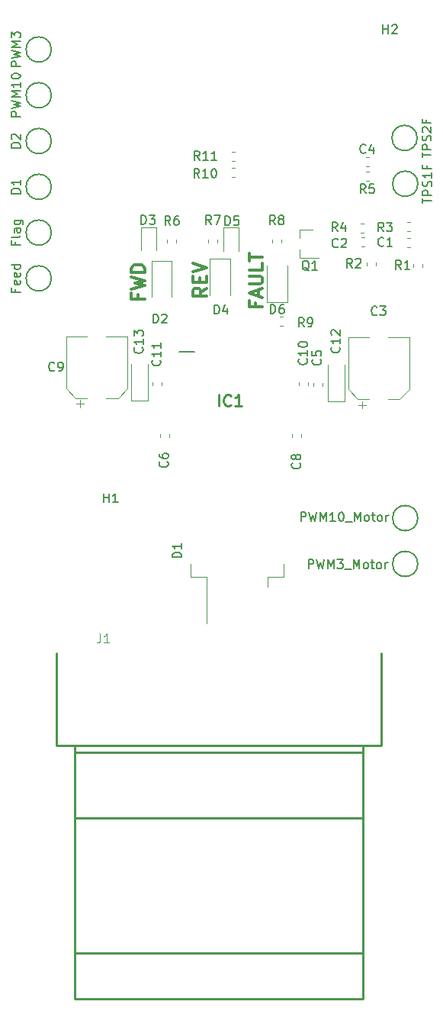
<source format=gbr>
G04 #@! TF.GenerationSoftware,KiCad,Pcbnew,(5.1.2)-2*
G04 #@! TF.CreationDate,2020-03-09T10:31:12+01:00*
G04 #@! TF.ProjectId,ETBC_2020,45544243-5f32-4303-9230-2e6b69636164,rev?*
G04 #@! TF.SameCoordinates,Original*
G04 #@! TF.FileFunction,Legend,Top*
G04 #@! TF.FilePolarity,Positive*
%FSLAX46Y46*%
G04 Gerber Fmt 4.6, Leading zero omitted, Abs format (unit mm)*
G04 Created by KiCad (PCBNEW (5.1.2)-2) date 2020-03-09 10:31:12*
%MOMM*%
%LPD*%
G04 APERTURE LIST*
%ADD10C,0.300000*%
%ADD11C,0.150000*%
%ADD12C,0.120000*%
%ADD13C,0.200000*%
%ADD14C,0.254000*%
%ADD15C,0.015000*%
G04 APERTURE END LIST*
D10*
X104083657Y-56088457D02*
X104083657Y-56588457D01*
X104869371Y-56588457D02*
X103369371Y-56588457D01*
X103369371Y-55874171D01*
X104440800Y-55374171D02*
X104440800Y-54659885D01*
X104869371Y-55517028D02*
X103369371Y-55017028D01*
X104869371Y-54517028D01*
X103369371Y-54017028D02*
X104583657Y-54017028D01*
X104726514Y-53945600D01*
X104797942Y-53874171D01*
X104869371Y-53731314D01*
X104869371Y-53445600D01*
X104797942Y-53302742D01*
X104726514Y-53231314D01*
X104583657Y-53159885D01*
X103369371Y-53159885D01*
X104869371Y-51731314D02*
X104869371Y-52445600D01*
X103369371Y-52445600D01*
X103369371Y-51445600D02*
X103369371Y-50588457D01*
X104869371Y-51017028D02*
X103369371Y-51017028D01*
X98646371Y-54476542D02*
X97932085Y-54976542D01*
X98646371Y-55333685D02*
X97146371Y-55333685D01*
X97146371Y-54762257D01*
X97217800Y-54619400D01*
X97289228Y-54547971D01*
X97432085Y-54476542D01*
X97646371Y-54476542D01*
X97789228Y-54547971D01*
X97860657Y-54619400D01*
X97932085Y-54762257D01*
X97932085Y-55333685D01*
X97860657Y-53833685D02*
X97860657Y-53333685D01*
X98646371Y-53119400D02*
X98646371Y-53833685D01*
X97146371Y-53833685D01*
X97146371Y-53119400D01*
X97146371Y-52690828D02*
X98646371Y-52190828D01*
X97146371Y-51690828D01*
X91002657Y-55215457D02*
X91002657Y-55715457D01*
X91788371Y-55715457D02*
X90288371Y-55715457D01*
X90288371Y-55001171D01*
X90288371Y-54572600D02*
X91788371Y-54215457D01*
X90716942Y-53929742D01*
X91788371Y-53644028D01*
X90288371Y-53286885D01*
X91788371Y-52715457D02*
X90288371Y-52715457D01*
X90288371Y-52358314D01*
X90359800Y-52144028D01*
X90502657Y-52001171D01*
X90645514Y-51929742D01*
X90931228Y-51858314D01*
X91145514Y-51858314D01*
X91431228Y-51929742D01*
X91574085Y-52001171D01*
X91716942Y-52144028D01*
X91788371Y-52358314D01*
X91788371Y-52715457D01*
D11*
X122100000Y-80000000D02*
G75*
G03X122100000Y-80000000I-1400000J0D01*
G01*
X122100000Y-85080000D02*
G75*
G03X122100000Y-85080000I-1400000J0D01*
G01*
X122024600Y-37820000D02*
G75*
G03X122024600Y-37820000I-1400000J0D01*
G01*
X122100000Y-42900000D02*
G75*
G03X122100000Y-42900000I-1400000J0D01*
G01*
X81400000Y-48320000D02*
G75*
G03X81400000Y-48320000I-1400000J0D01*
G01*
X81400000Y-53400000D02*
G75*
G03X81400000Y-53400000I-1400000J0D01*
G01*
X81400000Y-43240000D02*
G75*
G03X81400000Y-43240000I-1400000J0D01*
G01*
X81400000Y-38160000D02*
G75*
G03X81400000Y-38160000I-1400000J0D01*
G01*
X81400000Y-33080000D02*
G75*
G03X81400000Y-33080000I-1400000J0D01*
G01*
X81400000Y-28000000D02*
G75*
G03X81400000Y-28000000I-1400000J0D01*
G01*
D12*
X101771267Y-39380700D02*
X101428733Y-39380700D01*
X101771267Y-40400700D02*
X101428733Y-40400700D01*
X101822067Y-41158700D02*
X101479533Y-41158700D01*
X101822067Y-42178700D02*
X101479533Y-42178700D01*
X105428100Y-86551600D02*
X105428100Y-87651600D01*
X107238100Y-86551600D02*
X105428100Y-86551600D01*
X107238100Y-85051600D02*
X107238100Y-86551600D01*
X98648100Y-86551600D02*
X98648100Y-91676600D01*
X96838100Y-86551600D02*
X98648100Y-86551600D01*
X96838100Y-85051600D02*
X96838100Y-86551600D01*
X92146400Y-66973200D02*
X92146400Y-62888200D01*
X90276400Y-66973200D02*
X92146400Y-66973200D01*
X90276400Y-62888200D02*
X90276400Y-66973200D01*
X113977700Y-67049400D02*
X113977700Y-62964400D01*
X112107700Y-67049400D02*
X113977700Y-67049400D01*
X112107700Y-62964400D02*
X112107700Y-67049400D01*
X84207650Y-67307550D02*
X84995150Y-67307550D01*
X84601400Y-67701300D02*
X84601400Y-66913800D01*
X88794463Y-66673800D02*
X89858900Y-65609363D01*
X84103337Y-66673800D02*
X83038900Y-65609363D01*
X84103337Y-66673800D02*
X85388900Y-66673800D01*
X88794463Y-66673800D02*
X87508900Y-66673800D01*
X89858900Y-65609363D02*
X89858900Y-59853800D01*
X83038900Y-65609363D02*
X83038900Y-59853800D01*
X83038900Y-59853800D02*
X85388900Y-59853800D01*
X89858900Y-59853800D02*
X87508900Y-59853800D01*
X115525850Y-67429450D02*
X116313350Y-67429450D01*
X115919600Y-67823200D02*
X115919600Y-67035700D01*
X120112663Y-66795700D02*
X121177100Y-65731263D01*
X115421537Y-66795700D02*
X114357100Y-65731263D01*
X115421537Y-66795700D02*
X116707100Y-66795700D01*
X120112663Y-66795700D02*
X118827100Y-66795700D01*
X121177100Y-65731263D02*
X121177100Y-59975700D01*
X114357100Y-65731263D02*
X114357100Y-59975700D01*
X114357100Y-59975700D02*
X116707100Y-59975700D01*
X121177100Y-59975700D02*
X118827100Y-59975700D01*
X107599100Y-56039700D02*
X107599100Y-51979700D01*
X105329100Y-56039700D02*
X107599100Y-56039700D01*
X105329100Y-51979700D02*
X105329100Y-56039700D01*
X99017200Y-51224500D02*
X99017200Y-55284500D01*
X101287200Y-51224500D02*
X99017200Y-51224500D01*
X101287200Y-55284500D02*
X101287200Y-51224500D01*
X92527500Y-51427700D02*
X92527500Y-55487700D01*
X94797500Y-51427700D02*
X92527500Y-51427700D01*
X94797500Y-55487700D02*
X94797500Y-51427700D01*
X105954100Y-49118733D02*
X105954100Y-49461267D01*
X106974100Y-49118733D02*
X106974100Y-49461267D01*
X108968000Y-47975400D02*
X110428000Y-47975400D01*
X108968000Y-51135400D02*
X111128000Y-51135400D01*
X108968000Y-51135400D02*
X108968000Y-50205400D01*
X108968000Y-47975400D02*
X108968000Y-48905400D01*
X102196000Y-47776000D02*
X102196000Y-50326000D01*
X100496000Y-47776000D02*
X100496000Y-50326000D01*
X102196000Y-47776000D02*
X100496000Y-47776000D01*
X93052000Y-47725200D02*
X93052000Y-50275200D01*
X91352000Y-47725200D02*
X91352000Y-50275200D01*
X93052000Y-47725200D02*
X91352000Y-47725200D01*
D13*
X95631700Y-61542500D02*
X97281700Y-61542500D01*
D12*
X107105267Y-57656000D02*
X106762733Y-57656000D01*
X107105267Y-58676000D02*
X106762733Y-58676000D01*
X98804000Y-49104733D02*
X98804000Y-49447267D01*
X99824000Y-49104733D02*
X99824000Y-49447267D01*
X94232000Y-49104733D02*
X94232000Y-49447267D01*
X95252000Y-49104733D02*
X95252000Y-49447267D01*
X116351233Y-42572400D02*
X116693767Y-42572400D01*
X116351233Y-41552400D02*
X116693767Y-41552400D01*
X116133667Y-47305500D02*
X115791133Y-47305500D01*
X116133667Y-48325500D02*
X115791133Y-48325500D01*
X121251767Y-47178500D02*
X120909233Y-47178500D01*
X121251767Y-48198500D02*
X120909233Y-48198500D01*
X116393500Y-51670133D02*
X116393500Y-52012667D01*
X117413500Y-51670133D02*
X117413500Y-52012667D01*
X121625900Y-51811133D02*
X121625900Y-52153667D01*
X122645900Y-51811133D02*
X122645900Y-52153667D01*
D14*
X118000000Y-95000000D02*
X118000000Y-105200000D01*
X116000000Y-113300000D02*
X116000000Y-128300000D01*
X116000000Y-128300000D02*
X84000000Y-128300000D01*
X84000000Y-128300000D02*
X84000000Y-113300000D01*
X82000000Y-105200000D02*
X82000000Y-95000000D01*
X118000000Y-105200000D02*
X113250000Y-105200000D01*
X113250000Y-105200000D02*
X86750000Y-105200000D01*
X86750000Y-105200000D02*
X82000000Y-105200000D01*
X116000000Y-113300000D02*
X84000000Y-113300000D01*
X116000000Y-133300000D02*
X84000000Y-133300000D01*
X84000000Y-128300000D02*
X84000000Y-133300000D01*
X116000000Y-128300000D02*
X116000000Y-133300000D01*
X84000000Y-106000000D02*
X116000000Y-106000000D01*
X84000000Y-113300000D02*
X84000000Y-105200000D01*
X116000000Y-113300000D02*
X116000000Y-105200000D01*
D12*
X93651800Y-65260067D02*
X93651800Y-64917533D01*
X92631800Y-65260067D02*
X92631800Y-64917533D01*
X109945900Y-65309567D02*
X109945900Y-64967033D01*
X108925900Y-65309567D02*
X108925900Y-64967033D01*
X108125800Y-70694733D02*
X108125800Y-71037267D01*
X109145800Y-70694733D02*
X109145800Y-71037267D01*
X93482700Y-70683333D02*
X93482700Y-71025867D01*
X94502700Y-70683333D02*
X94502700Y-71025867D01*
X111558800Y-65322267D02*
X111558800Y-64979733D01*
X110538800Y-65322267D02*
X110538800Y-64979733D01*
X116352533Y-40984900D02*
X116695067Y-40984900D01*
X116352533Y-39964900D02*
X116695067Y-39964900D01*
X116171767Y-48880300D02*
X115829233Y-48880300D01*
X116171767Y-49900300D02*
X115829233Y-49900300D01*
X121278467Y-48905700D02*
X120935933Y-48905700D01*
X121278467Y-49925700D02*
X120935933Y-49925700D01*
D11*
X109109476Y-80335380D02*
X109109476Y-79335380D01*
X109490428Y-79335380D01*
X109585666Y-79383000D01*
X109633285Y-79430619D01*
X109680904Y-79525857D01*
X109680904Y-79668714D01*
X109633285Y-79763952D01*
X109585666Y-79811571D01*
X109490428Y-79859190D01*
X109109476Y-79859190D01*
X110014238Y-79335380D02*
X110252333Y-80335380D01*
X110442809Y-79621095D01*
X110633285Y-80335380D01*
X110871380Y-79335380D01*
X111252333Y-80335380D02*
X111252333Y-79335380D01*
X111585666Y-80049666D01*
X111919000Y-79335380D01*
X111919000Y-80335380D01*
X112919000Y-80335380D02*
X112347571Y-80335380D01*
X112633285Y-80335380D02*
X112633285Y-79335380D01*
X112538047Y-79478238D01*
X112442809Y-79573476D01*
X112347571Y-79621095D01*
X113538047Y-79335380D02*
X113633285Y-79335380D01*
X113728523Y-79383000D01*
X113776142Y-79430619D01*
X113823761Y-79525857D01*
X113871380Y-79716333D01*
X113871380Y-79954428D01*
X113823761Y-80144904D01*
X113776142Y-80240142D01*
X113728523Y-80287761D01*
X113633285Y-80335380D01*
X113538047Y-80335380D01*
X113442809Y-80287761D01*
X113395190Y-80240142D01*
X113347571Y-80144904D01*
X113299952Y-79954428D01*
X113299952Y-79716333D01*
X113347571Y-79525857D01*
X113395190Y-79430619D01*
X113442809Y-79383000D01*
X113538047Y-79335380D01*
X114061857Y-80430619D02*
X114823761Y-80430619D01*
X115061857Y-80335380D02*
X115061857Y-79335380D01*
X115395190Y-80049666D01*
X115728523Y-79335380D01*
X115728523Y-80335380D01*
X116347571Y-80335380D02*
X116252333Y-80287761D01*
X116204714Y-80240142D01*
X116157095Y-80144904D01*
X116157095Y-79859190D01*
X116204714Y-79763952D01*
X116252333Y-79716333D01*
X116347571Y-79668714D01*
X116490428Y-79668714D01*
X116585666Y-79716333D01*
X116633285Y-79763952D01*
X116680904Y-79859190D01*
X116680904Y-80144904D01*
X116633285Y-80240142D01*
X116585666Y-80287761D01*
X116490428Y-80335380D01*
X116347571Y-80335380D01*
X116966619Y-79668714D02*
X117347571Y-79668714D01*
X117109476Y-79335380D02*
X117109476Y-80192523D01*
X117157095Y-80287761D01*
X117252333Y-80335380D01*
X117347571Y-80335380D01*
X117823761Y-80335380D02*
X117728523Y-80287761D01*
X117680904Y-80240142D01*
X117633285Y-80144904D01*
X117633285Y-79859190D01*
X117680904Y-79763952D01*
X117728523Y-79716333D01*
X117823761Y-79668714D01*
X117966619Y-79668714D01*
X118061857Y-79716333D01*
X118109476Y-79763952D01*
X118157095Y-79859190D01*
X118157095Y-80144904D01*
X118109476Y-80240142D01*
X118061857Y-80287761D01*
X117966619Y-80335380D01*
X117823761Y-80335380D01*
X118585666Y-80335380D02*
X118585666Y-79668714D01*
X118585666Y-79859190D02*
X118633285Y-79763952D01*
X118680904Y-79716333D01*
X118776142Y-79668714D01*
X118871380Y-79668714D01*
X109953966Y-85593180D02*
X109953966Y-84593180D01*
X110334919Y-84593180D01*
X110430157Y-84640800D01*
X110477776Y-84688419D01*
X110525395Y-84783657D01*
X110525395Y-84926514D01*
X110477776Y-85021752D01*
X110430157Y-85069371D01*
X110334919Y-85116990D01*
X109953966Y-85116990D01*
X110858728Y-84593180D02*
X111096823Y-85593180D01*
X111287300Y-84878895D01*
X111477776Y-85593180D01*
X111715871Y-84593180D01*
X112096823Y-85593180D02*
X112096823Y-84593180D01*
X112430157Y-85307466D01*
X112763490Y-84593180D01*
X112763490Y-85593180D01*
X113144442Y-84593180D02*
X113763490Y-84593180D01*
X113430157Y-84974133D01*
X113573014Y-84974133D01*
X113668252Y-85021752D01*
X113715871Y-85069371D01*
X113763490Y-85164609D01*
X113763490Y-85402704D01*
X113715871Y-85497942D01*
X113668252Y-85545561D01*
X113573014Y-85593180D01*
X113287300Y-85593180D01*
X113192061Y-85545561D01*
X113144442Y-85497942D01*
X113953966Y-85688419D02*
X114715871Y-85688419D01*
X114953966Y-85593180D02*
X114953966Y-84593180D01*
X115287300Y-85307466D01*
X115620633Y-84593180D01*
X115620633Y-85593180D01*
X116239680Y-85593180D02*
X116144442Y-85545561D01*
X116096823Y-85497942D01*
X116049204Y-85402704D01*
X116049204Y-85116990D01*
X116096823Y-85021752D01*
X116144442Y-84974133D01*
X116239680Y-84926514D01*
X116382538Y-84926514D01*
X116477776Y-84974133D01*
X116525395Y-85021752D01*
X116573014Y-85116990D01*
X116573014Y-85402704D01*
X116525395Y-85497942D01*
X116477776Y-85545561D01*
X116382538Y-85593180D01*
X116239680Y-85593180D01*
X116858728Y-84926514D02*
X117239680Y-84926514D01*
X117001585Y-84593180D02*
X117001585Y-85450323D01*
X117049204Y-85545561D01*
X117144442Y-85593180D01*
X117239680Y-85593180D01*
X117715871Y-85593180D02*
X117620633Y-85545561D01*
X117573014Y-85497942D01*
X117525395Y-85402704D01*
X117525395Y-85116990D01*
X117573014Y-85021752D01*
X117620633Y-84974133D01*
X117715871Y-84926514D01*
X117858728Y-84926514D01*
X117953966Y-84974133D01*
X118001585Y-85021752D01*
X118049204Y-85116990D01*
X118049204Y-85402704D01*
X118001585Y-85497942D01*
X117953966Y-85545561D01*
X117858728Y-85593180D01*
X117715871Y-85593180D01*
X118477776Y-85593180D02*
X118477776Y-84926514D01*
X118477776Y-85116990D02*
X118525395Y-85021752D01*
X118573014Y-84974133D01*
X118668252Y-84926514D01*
X118763490Y-84926514D01*
X122576980Y-39986666D02*
X122576980Y-39415238D01*
X123576980Y-39700952D02*
X122576980Y-39700952D01*
X123576980Y-39081904D02*
X122576980Y-39081904D01*
X122576980Y-38700952D01*
X122624600Y-38605714D01*
X122672219Y-38558095D01*
X122767457Y-38510476D01*
X122910314Y-38510476D01*
X123005552Y-38558095D01*
X123053171Y-38605714D01*
X123100790Y-38700952D01*
X123100790Y-39081904D01*
X123529361Y-38129523D02*
X123576980Y-37986666D01*
X123576980Y-37748571D01*
X123529361Y-37653333D01*
X123481742Y-37605714D01*
X123386504Y-37558095D01*
X123291266Y-37558095D01*
X123196028Y-37605714D01*
X123148409Y-37653333D01*
X123100790Y-37748571D01*
X123053171Y-37939047D01*
X123005552Y-38034285D01*
X122957933Y-38081904D01*
X122862695Y-38129523D01*
X122767457Y-38129523D01*
X122672219Y-38081904D01*
X122624600Y-38034285D01*
X122576980Y-37939047D01*
X122576980Y-37700952D01*
X122624600Y-37558095D01*
X122672219Y-37177142D02*
X122624600Y-37129523D01*
X122576980Y-37034285D01*
X122576980Y-36796190D01*
X122624600Y-36700952D01*
X122672219Y-36653333D01*
X122767457Y-36605714D01*
X122862695Y-36605714D01*
X123005552Y-36653333D01*
X123576980Y-37224761D01*
X123576980Y-36605714D01*
X123053171Y-35843809D02*
X123053171Y-36177142D01*
X123576980Y-36177142D02*
X122576980Y-36177142D01*
X122576980Y-35700952D01*
X122652380Y-45066666D02*
X122652380Y-44495238D01*
X123652380Y-44780952D02*
X122652380Y-44780952D01*
X123652380Y-44161904D02*
X122652380Y-44161904D01*
X122652380Y-43780952D01*
X122700000Y-43685714D01*
X122747619Y-43638095D01*
X122842857Y-43590476D01*
X122985714Y-43590476D01*
X123080952Y-43638095D01*
X123128571Y-43685714D01*
X123176190Y-43780952D01*
X123176190Y-44161904D01*
X123604761Y-43209523D02*
X123652380Y-43066666D01*
X123652380Y-42828571D01*
X123604761Y-42733333D01*
X123557142Y-42685714D01*
X123461904Y-42638095D01*
X123366666Y-42638095D01*
X123271428Y-42685714D01*
X123223809Y-42733333D01*
X123176190Y-42828571D01*
X123128571Y-43019047D01*
X123080952Y-43114285D01*
X123033333Y-43161904D01*
X122938095Y-43209523D01*
X122842857Y-43209523D01*
X122747619Y-43161904D01*
X122700000Y-43114285D01*
X122652380Y-43019047D01*
X122652380Y-42780952D01*
X122700000Y-42638095D01*
X123652380Y-41685714D02*
X123652380Y-42257142D01*
X123652380Y-41971428D02*
X122652380Y-41971428D01*
X122795238Y-42066666D01*
X122890476Y-42161904D01*
X122938095Y-42257142D01*
X123128571Y-40923809D02*
X123128571Y-41257142D01*
X123652380Y-41257142D02*
X122652380Y-41257142D01*
X122652380Y-40780952D01*
X77428571Y-49343809D02*
X77428571Y-49677142D01*
X77952380Y-49677142D02*
X76952380Y-49677142D01*
X76952380Y-49200952D01*
X77952380Y-48677142D02*
X77904761Y-48772380D01*
X77809523Y-48820000D01*
X76952380Y-48820000D01*
X77952380Y-47867619D02*
X77428571Y-47867619D01*
X77333333Y-47915238D01*
X77285714Y-48010476D01*
X77285714Y-48200952D01*
X77333333Y-48296190D01*
X77904761Y-47867619D02*
X77952380Y-47962857D01*
X77952380Y-48200952D01*
X77904761Y-48296190D01*
X77809523Y-48343809D01*
X77714285Y-48343809D01*
X77619047Y-48296190D01*
X77571428Y-48200952D01*
X77571428Y-47962857D01*
X77523809Y-47867619D01*
X77285714Y-46962857D02*
X78095238Y-46962857D01*
X78190476Y-47010476D01*
X78238095Y-47058095D01*
X78285714Y-47153333D01*
X78285714Y-47296190D01*
X78238095Y-47391428D01*
X77904761Y-46962857D02*
X77952380Y-47058095D01*
X77952380Y-47248571D01*
X77904761Y-47343809D01*
X77857142Y-47391428D01*
X77761904Y-47439047D01*
X77476190Y-47439047D01*
X77380952Y-47391428D01*
X77333333Y-47343809D01*
X77285714Y-47248571D01*
X77285714Y-47058095D01*
X77333333Y-46962857D01*
X77428571Y-54566666D02*
X77428571Y-54900000D01*
X77952380Y-54900000D02*
X76952380Y-54900000D01*
X76952380Y-54423809D01*
X77904761Y-53661904D02*
X77952380Y-53757142D01*
X77952380Y-53947619D01*
X77904761Y-54042857D01*
X77809523Y-54090476D01*
X77428571Y-54090476D01*
X77333333Y-54042857D01*
X77285714Y-53947619D01*
X77285714Y-53757142D01*
X77333333Y-53661904D01*
X77428571Y-53614285D01*
X77523809Y-53614285D01*
X77619047Y-54090476D01*
X77904761Y-52804761D02*
X77952380Y-52900000D01*
X77952380Y-53090476D01*
X77904761Y-53185714D01*
X77809523Y-53233333D01*
X77428571Y-53233333D01*
X77333333Y-53185714D01*
X77285714Y-53090476D01*
X77285714Y-52900000D01*
X77333333Y-52804761D01*
X77428571Y-52757142D01*
X77523809Y-52757142D01*
X77619047Y-53233333D01*
X77952380Y-51900000D02*
X76952380Y-51900000D01*
X77904761Y-51900000D02*
X77952380Y-51995238D01*
X77952380Y-52185714D01*
X77904761Y-52280952D01*
X77857142Y-52328571D01*
X77761904Y-52376190D01*
X77476190Y-52376190D01*
X77380952Y-52328571D01*
X77333333Y-52280952D01*
X77285714Y-52185714D01*
X77285714Y-51995238D01*
X77333333Y-51900000D01*
X77952380Y-43978095D02*
X76952380Y-43978095D01*
X76952380Y-43740000D01*
X77000000Y-43597142D01*
X77095238Y-43501904D01*
X77190476Y-43454285D01*
X77380952Y-43406666D01*
X77523809Y-43406666D01*
X77714285Y-43454285D01*
X77809523Y-43501904D01*
X77904761Y-43597142D01*
X77952380Y-43740000D01*
X77952380Y-43978095D01*
X77952380Y-42454285D02*
X77952380Y-43025714D01*
X77952380Y-42740000D02*
X76952380Y-42740000D01*
X77095238Y-42835238D01*
X77190476Y-42930476D01*
X77238095Y-43025714D01*
X77952380Y-38898095D02*
X76952380Y-38898095D01*
X76952380Y-38660000D01*
X77000000Y-38517142D01*
X77095238Y-38421904D01*
X77190476Y-38374285D01*
X77380952Y-38326666D01*
X77523809Y-38326666D01*
X77714285Y-38374285D01*
X77809523Y-38421904D01*
X77904761Y-38517142D01*
X77952380Y-38660000D01*
X77952380Y-38898095D01*
X77047619Y-37945714D02*
X77000000Y-37898095D01*
X76952380Y-37802857D01*
X76952380Y-37564761D01*
X77000000Y-37469523D01*
X77047619Y-37421904D01*
X77142857Y-37374285D01*
X77238095Y-37374285D01*
X77380952Y-37421904D01*
X77952380Y-37993333D01*
X77952380Y-37374285D01*
X77952380Y-35437142D02*
X76952380Y-35437142D01*
X76952380Y-35056190D01*
X77000000Y-34960952D01*
X77047619Y-34913333D01*
X77142857Y-34865714D01*
X77285714Y-34865714D01*
X77380952Y-34913333D01*
X77428571Y-34960952D01*
X77476190Y-35056190D01*
X77476190Y-35437142D01*
X76952380Y-34532380D02*
X77952380Y-34294285D01*
X77238095Y-34103809D01*
X77952380Y-33913333D01*
X76952380Y-33675238D01*
X77952380Y-33294285D02*
X76952380Y-33294285D01*
X77666666Y-32960952D01*
X76952380Y-32627619D01*
X77952380Y-32627619D01*
X77952380Y-31627619D02*
X77952380Y-32199047D01*
X77952380Y-31913333D02*
X76952380Y-31913333D01*
X77095238Y-32008571D01*
X77190476Y-32103809D01*
X77238095Y-32199047D01*
X76952380Y-31008571D02*
X76952380Y-30913333D01*
X77000000Y-30818095D01*
X77047619Y-30770476D01*
X77142857Y-30722857D01*
X77333333Y-30675238D01*
X77571428Y-30675238D01*
X77761904Y-30722857D01*
X77857142Y-30770476D01*
X77904761Y-30818095D01*
X77952380Y-30913333D01*
X77952380Y-31008571D01*
X77904761Y-31103809D01*
X77857142Y-31151428D01*
X77761904Y-31199047D01*
X77571428Y-31246666D01*
X77333333Y-31246666D01*
X77142857Y-31199047D01*
X77047619Y-31151428D01*
X77000000Y-31103809D01*
X76952380Y-31008571D01*
X77952380Y-29880952D02*
X76952380Y-29880952D01*
X76952380Y-29500000D01*
X77000000Y-29404761D01*
X77047619Y-29357142D01*
X77142857Y-29309523D01*
X77285714Y-29309523D01*
X77380952Y-29357142D01*
X77428571Y-29404761D01*
X77476190Y-29500000D01*
X77476190Y-29880952D01*
X76952380Y-28976190D02*
X77952380Y-28738095D01*
X77238095Y-28547619D01*
X77952380Y-28357142D01*
X76952380Y-28119047D01*
X77952380Y-27738095D02*
X76952380Y-27738095D01*
X77666666Y-27404761D01*
X76952380Y-27071428D01*
X77952380Y-27071428D01*
X76952380Y-26690476D02*
X76952380Y-26071428D01*
X77333333Y-26404761D01*
X77333333Y-26261904D01*
X77380952Y-26166666D01*
X77428571Y-26119047D01*
X77523809Y-26071428D01*
X77761904Y-26071428D01*
X77857142Y-26119047D01*
X77904761Y-26166666D01*
X77952380Y-26261904D01*
X77952380Y-26547619D01*
X77904761Y-26642857D01*
X77857142Y-26690476D01*
X118238095Y-26252380D02*
X118238095Y-25252380D01*
X118238095Y-25728571D02*
X118809523Y-25728571D01*
X118809523Y-26252380D02*
X118809523Y-25252380D01*
X119238095Y-25347619D02*
X119285714Y-25300000D01*
X119380952Y-25252380D01*
X119619047Y-25252380D01*
X119714285Y-25300000D01*
X119761904Y-25347619D01*
X119809523Y-25442857D01*
X119809523Y-25538095D01*
X119761904Y-25680952D01*
X119190476Y-26252380D01*
X119809523Y-26252380D01*
X87238095Y-78252380D02*
X87238095Y-77252380D01*
X87238095Y-77728571D02*
X87809523Y-77728571D01*
X87809523Y-78252380D02*
X87809523Y-77252380D01*
X88809523Y-78252380D02*
X88238095Y-78252380D01*
X88523809Y-78252380D02*
X88523809Y-77252380D01*
X88428571Y-77395238D01*
X88333333Y-77490476D01*
X88238095Y-77538095D01*
X97858342Y-40279580D02*
X97525009Y-39803390D01*
X97286914Y-40279580D02*
X97286914Y-39279580D01*
X97667866Y-39279580D01*
X97763104Y-39327200D01*
X97810723Y-39374819D01*
X97858342Y-39470057D01*
X97858342Y-39612914D01*
X97810723Y-39708152D01*
X97763104Y-39755771D01*
X97667866Y-39803390D01*
X97286914Y-39803390D01*
X98810723Y-40279580D02*
X98239295Y-40279580D01*
X98525009Y-40279580D02*
X98525009Y-39279580D01*
X98429771Y-39422438D01*
X98334533Y-39517676D01*
X98239295Y-39565295D01*
X99763104Y-40279580D02*
X99191676Y-40279580D01*
X99477390Y-40279580D02*
X99477390Y-39279580D01*
X99382152Y-39422438D01*
X99286914Y-39517676D01*
X99191676Y-39565295D01*
X97845642Y-42222680D02*
X97512309Y-41746490D01*
X97274214Y-42222680D02*
X97274214Y-41222680D01*
X97655166Y-41222680D01*
X97750404Y-41270300D01*
X97798023Y-41317919D01*
X97845642Y-41413157D01*
X97845642Y-41556014D01*
X97798023Y-41651252D01*
X97750404Y-41698871D01*
X97655166Y-41746490D01*
X97274214Y-41746490D01*
X98798023Y-42222680D02*
X98226595Y-42222680D01*
X98512309Y-42222680D02*
X98512309Y-41222680D01*
X98417071Y-41365538D01*
X98321833Y-41460776D01*
X98226595Y-41508395D01*
X99417071Y-41222680D02*
X99512309Y-41222680D01*
X99607547Y-41270300D01*
X99655166Y-41317919D01*
X99702785Y-41413157D01*
X99750404Y-41603633D01*
X99750404Y-41841728D01*
X99702785Y-42032204D01*
X99655166Y-42127442D01*
X99607547Y-42175061D01*
X99512309Y-42222680D01*
X99417071Y-42222680D01*
X99321833Y-42175061D01*
X99274214Y-42127442D01*
X99226595Y-42032204D01*
X99178976Y-41841728D01*
X99178976Y-41603633D01*
X99226595Y-41413157D01*
X99274214Y-41317919D01*
X99321833Y-41270300D01*
X99417071Y-41222680D01*
X95840480Y-84339695D02*
X94840480Y-84339695D01*
X94840480Y-84101600D01*
X94888100Y-83958742D01*
X94983338Y-83863504D01*
X95078576Y-83815885D01*
X95269052Y-83768266D01*
X95411909Y-83768266D01*
X95602385Y-83815885D01*
X95697623Y-83863504D01*
X95792861Y-83958742D01*
X95840480Y-84101600D01*
X95840480Y-84339695D01*
X95840480Y-82815885D02*
X95840480Y-83387314D01*
X95840480Y-83101600D02*
X94840480Y-83101600D01*
X94983338Y-83196838D01*
X95078576Y-83292076D01*
X95126195Y-83387314D01*
X91492342Y-61069457D02*
X91539961Y-61117076D01*
X91587580Y-61259933D01*
X91587580Y-61355171D01*
X91539961Y-61498028D01*
X91444723Y-61593266D01*
X91349485Y-61640885D01*
X91159009Y-61688504D01*
X91016152Y-61688504D01*
X90825676Y-61640885D01*
X90730438Y-61593266D01*
X90635200Y-61498028D01*
X90587580Y-61355171D01*
X90587580Y-61259933D01*
X90635200Y-61117076D01*
X90682819Y-61069457D01*
X91587580Y-60117076D02*
X91587580Y-60688504D01*
X91587580Y-60402790D02*
X90587580Y-60402790D01*
X90730438Y-60498028D01*
X90825676Y-60593266D01*
X90873295Y-60688504D01*
X90587580Y-59783742D02*
X90587580Y-59164695D01*
X90968533Y-59498028D01*
X90968533Y-59355171D01*
X91016152Y-59259933D01*
X91063771Y-59212314D01*
X91159009Y-59164695D01*
X91397104Y-59164695D01*
X91492342Y-59212314D01*
X91539961Y-59259933D01*
X91587580Y-59355171D01*
X91587580Y-59640885D01*
X91539961Y-59736123D01*
X91492342Y-59783742D01*
X113361742Y-61018657D02*
X113409361Y-61066276D01*
X113456980Y-61209133D01*
X113456980Y-61304371D01*
X113409361Y-61447228D01*
X113314123Y-61542466D01*
X113218885Y-61590085D01*
X113028409Y-61637704D01*
X112885552Y-61637704D01*
X112695076Y-61590085D01*
X112599838Y-61542466D01*
X112504600Y-61447228D01*
X112456980Y-61304371D01*
X112456980Y-61209133D01*
X112504600Y-61066276D01*
X112552219Y-61018657D01*
X113456980Y-60066276D02*
X113456980Y-60637704D01*
X113456980Y-60351990D02*
X112456980Y-60351990D01*
X112599838Y-60447228D01*
X112695076Y-60542466D01*
X112742695Y-60637704D01*
X112552219Y-59685323D02*
X112504600Y-59637704D01*
X112456980Y-59542466D01*
X112456980Y-59304371D01*
X112504600Y-59209133D01*
X112552219Y-59161514D01*
X112647457Y-59113895D01*
X112742695Y-59113895D01*
X112885552Y-59161514D01*
X113456980Y-59732942D01*
X113456980Y-59113895D01*
X81748333Y-63603142D02*
X81700714Y-63650761D01*
X81557857Y-63698380D01*
X81462619Y-63698380D01*
X81319761Y-63650761D01*
X81224523Y-63555523D01*
X81176904Y-63460285D01*
X81129285Y-63269809D01*
X81129285Y-63126952D01*
X81176904Y-62936476D01*
X81224523Y-62841238D01*
X81319761Y-62746000D01*
X81462619Y-62698380D01*
X81557857Y-62698380D01*
X81700714Y-62746000D01*
X81748333Y-62793619D01*
X82224523Y-63698380D02*
X82415000Y-63698380D01*
X82510238Y-63650761D01*
X82557857Y-63603142D01*
X82653095Y-63460285D01*
X82700714Y-63269809D01*
X82700714Y-62888857D01*
X82653095Y-62793619D01*
X82605476Y-62746000D01*
X82510238Y-62698380D01*
X82319761Y-62698380D01*
X82224523Y-62746000D01*
X82176904Y-62793619D01*
X82129285Y-62888857D01*
X82129285Y-63126952D01*
X82176904Y-63222190D01*
X82224523Y-63269809D01*
X82319761Y-63317428D01*
X82510238Y-63317428D01*
X82605476Y-63269809D01*
X82653095Y-63222190D01*
X82700714Y-63126952D01*
X117562333Y-57405542D02*
X117514714Y-57453161D01*
X117371857Y-57500780D01*
X117276619Y-57500780D01*
X117133761Y-57453161D01*
X117038523Y-57357923D01*
X116990904Y-57262685D01*
X116943285Y-57072209D01*
X116943285Y-56929352D01*
X116990904Y-56738876D01*
X117038523Y-56643638D01*
X117133761Y-56548400D01*
X117276619Y-56500780D01*
X117371857Y-56500780D01*
X117514714Y-56548400D01*
X117562333Y-56596019D01*
X117895666Y-56500780D02*
X118514714Y-56500780D01*
X118181380Y-56881733D01*
X118324238Y-56881733D01*
X118419476Y-56929352D01*
X118467095Y-56976971D01*
X118514714Y-57072209D01*
X118514714Y-57310304D01*
X118467095Y-57405542D01*
X118419476Y-57453161D01*
X118324238Y-57500780D01*
X118038523Y-57500780D01*
X117943285Y-57453161D01*
X117895666Y-57405542D01*
X105738704Y-57297580D02*
X105738704Y-56297580D01*
X105976800Y-56297580D01*
X106119657Y-56345200D01*
X106214895Y-56440438D01*
X106262514Y-56535676D01*
X106310133Y-56726152D01*
X106310133Y-56869009D01*
X106262514Y-57059485D01*
X106214895Y-57154723D01*
X106119657Y-57249961D01*
X105976800Y-57297580D01*
X105738704Y-57297580D01*
X107167276Y-56297580D02*
X106976800Y-56297580D01*
X106881561Y-56345200D01*
X106833942Y-56392819D01*
X106738704Y-56535676D01*
X106691085Y-56726152D01*
X106691085Y-57107104D01*
X106738704Y-57202342D01*
X106786323Y-57249961D01*
X106881561Y-57297580D01*
X107072038Y-57297580D01*
X107167276Y-57249961D01*
X107214895Y-57202342D01*
X107262514Y-57107104D01*
X107262514Y-56869009D01*
X107214895Y-56773771D01*
X107167276Y-56726152D01*
X107072038Y-56678533D01*
X106881561Y-56678533D01*
X106786323Y-56726152D01*
X106738704Y-56773771D01*
X106691085Y-56869009D01*
X99490304Y-57348380D02*
X99490304Y-56348380D01*
X99728400Y-56348380D01*
X99871257Y-56396000D01*
X99966495Y-56491238D01*
X100014114Y-56586476D01*
X100061733Y-56776952D01*
X100061733Y-56919809D01*
X100014114Y-57110285D01*
X99966495Y-57205523D01*
X99871257Y-57300761D01*
X99728400Y-57348380D01*
X99490304Y-57348380D01*
X100918876Y-56681714D02*
X100918876Y-57348380D01*
X100680780Y-56300761D02*
X100442685Y-57015047D01*
X101061733Y-57015047D01*
X92708504Y-58364380D02*
X92708504Y-57364380D01*
X92946600Y-57364380D01*
X93089457Y-57412000D01*
X93184695Y-57507238D01*
X93232314Y-57602476D01*
X93279933Y-57792952D01*
X93279933Y-57935809D01*
X93232314Y-58126285D01*
X93184695Y-58221523D01*
X93089457Y-58316761D01*
X92946600Y-58364380D01*
X92708504Y-58364380D01*
X93660885Y-57459619D02*
X93708504Y-57412000D01*
X93803742Y-57364380D01*
X94041838Y-57364380D01*
X94137076Y-57412000D01*
X94184695Y-57459619D01*
X94232314Y-57554857D01*
X94232314Y-57650095D01*
X94184695Y-57792952D01*
X93613266Y-58364380D01*
X94232314Y-58364380D01*
X106259333Y-47416980D02*
X105926000Y-46940790D01*
X105687904Y-47416980D02*
X105687904Y-46416980D01*
X106068857Y-46416980D01*
X106164095Y-46464600D01*
X106211714Y-46512219D01*
X106259333Y-46607457D01*
X106259333Y-46750314D01*
X106211714Y-46845552D01*
X106164095Y-46893171D01*
X106068857Y-46940790D01*
X105687904Y-46940790D01*
X106830761Y-46845552D02*
X106735523Y-46797933D01*
X106687904Y-46750314D01*
X106640285Y-46655076D01*
X106640285Y-46607457D01*
X106687904Y-46512219D01*
X106735523Y-46464600D01*
X106830761Y-46416980D01*
X107021238Y-46416980D01*
X107116476Y-46464600D01*
X107164095Y-46512219D01*
X107211714Y-46607457D01*
X107211714Y-46655076D01*
X107164095Y-46750314D01*
X107116476Y-46797933D01*
X107021238Y-46845552D01*
X106830761Y-46845552D01*
X106735523Y-46893171D01*
X106687904Y-46940790D01*
X106640285Y-47036028D01*
X106640285Y-47226504D01*
X106687904Y-47321742D01*
X106735523Y-47369361D01*
X106830761Y-47416980D01*
X107021238Y-47416980D01*
X107116476Y-47369361D01*
X107164095Y-47321742D01*
X107211714Y-47226504D01*
X107211714Y-47036028D01*
X107164095Y-46940790D01*
X107116476Y-46893171D01*
X107021238Y-46845552D01*
X110013761Y-52541419D02*
X109918523Y-52493800D01*
X109823285Y-52398561D01*
X109680428Y-52255704D01*
X109585190Y-52208085D01*
X109489952Y-52208085D01*
X109537571Y-52446180D02*
X109442333Y-52398561D01*
X109347095Y-52303323D01*
X109299476Y-52112847D01*
X109299476Y-51779514D01*
X109347095Y-51589038D01*
X109442333Y-51493800D01*
X109537571Y-51446180D01*
X109728047Y-51446180D01*
X109823285Y-51493800D01*
X109918523Y-51589038D01*
X109966142Y-51779514D01*
X109966142Y-52112847D01*
X109918523Y-52303323D01*
X109823285Y-52398561D01*
X109728047Y-52446180D01*
X109537571Y-52446180D01*
X110918523Y-52446180D02*
X110347095Y-52446180D01*
X110632809Y-52446180D02*
X110632809Y-51446180D01*
X110537571Y-51589038D01*
X110442333Y-51684276D01*
X110347095Y-51731895D01*
X100709504Y-47493180D02*
X100709504Y-46493180D01*
X100947600Y-46493180D01*
X101090457Y-46540800D01*
X101185695Y-46636038D01*
X101233314Y-46731276D01*
X101280933Y-46921752D01*
X101280933Y-47064609D01*
X101233314Y-47255085D01*
X101185695Y-47350323D01*
X101090457Y-47445561D01*
X100947600Y-47493180D01*
X100709504Y-47493180D01*
X102185695Y-46493180D02*
X101709504Y-46493180D01*
X101661885Y-46969371D01*
X101709504Y-46921752D01*
X101804742Y-46874133D01*
X102042838Y-46874133D01*
X102138076Y-46921752D01*
X102185695Y-46969371D01*
X102233314Y-47064609D01*
X102233314Y-47302704D01*
X102185695Y-47397942D01*
X102138076Y-47445561D01*
X102042838Y-47493180D01*
X101804742Y-47493180D01*
X101709504Y-47445561D01*
X101661885Y-47397942D01*
X91387704Y-47391580D02*
X91387704Y-46391580D01*
X91625800Y-46391580D01*
X91768657Y-46439200D01*
X91863895Y-46534438D01*
X91911514Y-46629676D01*
X91959133Y-46820152D01*
X91959133Y-46963009D01*
X91911514Y-47153485D01*
X91863895Y-47248723D01*
X91768657Y-47343961D01*
X91625800Y-47391580D01*
X91387704Y-47391580D01*
X92292466Y-46391580D02*
X92911514Y-46391580D01*
X92578180Y-46772533D01*
X92721038Y-46772533D01*
X92816276Y-46820152D01*
X92863895Y-46867771D01*
X92911514Y-46963009D01*
X92911514Y-47201104D01*
X92863895Y-47296342D01*
X92816276Y-47343961D01*
X92721038Y-47391580D01*
X92435323Y-47391580D01*
X92340085Y-47343961D01*
X92292466Y-47296342D01*
D14*
X99991938Y-67567023D02*
X99991938Y-66297023D01*
X101322414Y-67446071D02*
X101261938Y-67506547D01*
X101080509Y-67567023D01*
X100959557Y-67567023D01*
X100778128Y-67506547D01*
X100657176Y-67385595D01*
X100596700Y-67264642D01*
X100536223Y-67022738D01*
X100536223Y-66841309D01*
X100596700Y-66599404D01*
X100657176Y-66478452D01*
X100778128Y-66357500D01*
X100959557Y-66297023D01*
X101080509Y-66297023D01*
X101261938Y-66357500D01*
X101322414Y-66417976D01*
X102531938Y-67567023D02*
X101806223Y-67567023D01*
X102169080Y-67567023D02*
X102169080Y-66297023D01*
X102048128Y-66478452D01*
X101927176Y-66599404D01*
X101806223Y-66659880D01*
D11*
X109459733Y-58770780D02*
X109126400Y-58294590D01*
X108888304Y-58770780D02*
X108888304Y-57770780D01*
X109269257Y-57770780D01*
X109364495Y-57818400D01*
X109412114Y-57866019D01*
X109459733Y-57961257D01*
X109459733Y-58104114D01*
X109412114Y-58199352D01*
X109364495Y-58246971D01*
X109269257Y-58294590D01*
X108888304Y-58294590D01*
X109935923Y-58770780D02*
X110126400Y-58770780D01*
X110221638Y-58723161D01*
X110269257Y-58675542D01*
X110364495Y-58532685D01*
X110412114Y-58342209D01*
X110412114Y-57961257D01*
X110364495Y-57866019D01*
X110316876Y-57818400D01*
X110221638Y-57770780D01*
X110031161Y-57770780D01*
X109935923Y-57818400D01*
X109888304Y-57866019D01*
X109840685Y-57961257D01*
X109840685Y-58199352D01*
X109888304Y-58294590D01*
X109935923Y-58342209D01*
X110031161Y-58389828D01*
X110221638Y-58389828D01*
X110316876Y-58342209D01*
X110364495Y-58294590D01*
X110412114Y-58199352D01*
X99172733Y-47391580D02*
X98839400Y-46915390D01*
X98601304Y-47391580D02*
X98601304Y-46391580D01*
X98982257Y-46391580D01*
X99077495Y-46439200D01*
X99125114Y-46486819D01*
X99172733Y-46582057D01*
X99172733Y-46724914D01*
X99125114Y-46820152D01*
X99077495Y-46867771D01*
X98982257Y-46915390D01*
X98601304Y-46915390D01*
X99506066Y-46391580D02*
X100172733Y-46391580D01*
X99744161Y-47391580D01*
X94626133Y-47467780D02*
X94292800Y-46991590D01*
X94054704Y-47467780D02*
X94054704Y-46467780D01*
X94435657Y-46467780D01*
X94530895Y-46515400D01*
X94578514Y-46563019D01*
X94626133Y-46658257D01*
X94626133Y-46801114D01*
X94578514Y-46896352D01*
X94530895Y-46943971D01*
X94435657Y-46991590D01*
X94054704Y-46991590D01*
X95483276Y-46467780D02*
X95292800Y-46467780D01*
X95197561Y-46515400D01*
X95149942Y-46563019D01*
X95054704Y-46705876D01*
X95007085Y-46896352D01*
X95007085Y-47277304D01*
X95054704Y-47372542D01*
X95102323Y-47420161D01*
X95197561Y-47467780D01*
X95388038Y-47467780D01*
X95483276Y-47420161D01*
X95530895Y-47372542D01*
X95578514Y-47277304D01*
X95578514Y-47039209D01*
X95530895Y-46943971D01*
X95483276Y-46896352D01*
X95388038Y-46848733D01*
X95197561Y-46848733D01*
X95102323Y-46896352D01*
X95054704Y-46943971D01*
X95007085Y-47039209D01*
X116305033Y-43949880D02*
X115971700Y-43473690D01*
X115733604Y-43949880D02*
X115733604Y-42949880D01*
X116114557Y-42949880D01*
X116209795Y-42997500D01*
X116257414Y-43045119D01*
X116305033Y-43140357D01*
X116305033Y-43283214D01*
X116257414Y-43378452D01*
X116209795Y-43426071D01*
X116114557Y-43473690D01*
X115733604Y-43473690D01*
X117209795Y-42949880D02*
X116733604Y-42949880D01*
X116685985Y-43426071D01*
X116733604Y-43378452D01*
X116828842Y-43330833D01*
X117066938Y-43330833D01*
X117162176Y-43378452D01*
X117209795Y-43426071D01*
X117257414Y-43521309D01*
X117257414Y-43759404D01*
X117209795Y-43854642D01*
X117162176Y-43902261D01*
X117066938Y-43949880D01*
X116828842Y-43949880D01*
X116733604Y-43902261D01*
X116685985Y-43854642D01*
X113180833Y-48178980D02*
X112847500Y-47702790D01*
X112609404Y-48178980D02*
X112609404Y-47178980D01*
X112990357Y-47178980D01*
X113085595Y-47226600D01*
X113133214Y-47274219D01*
X113180833Y-47369457D01*
X113180833Y-47512314D01*
X113133214Y-47607552D01*
X113085595Y-47655171D01*
X112990357Y-47702790D01*
X112609404Y-47702790D01*
X114037976Y-47512314D02*
X114037976Y-48178980D01*
X113799880Y-47131361D02*
X113561785Y-47845647D01*
X114180833Y-47845647D01*
X118311633Y-48191680D02*
X117978300Y-47715490D01*
X117740204Y-48191680D02*
X117740204Y-47191680D01*
X118121157Y-47191680D01*
X118216395Y-47239300D01*
X118264014Y-47286919D01*
X118311633Y-47382157D01*
X118311633Y-47525014D01*
X118264014Y-47620252D01*
X118216395Y-47667871D01*
X118121157Y-47715490D01*
X117740204Y-47715490D01*
X118644966Y-47191680D02*
X119264014Y-47191680D01*
X118930680Y-47572633D01*
X119073538Y-47572633D01*
X119168776Y-47620252D01*
X119216395Y-47667871D01*
X119264014Y-47763109D01*
X119264014Y-48001204D01*
X119216395Y-48096442D01*
X119168776Y-48144061D01*
X119073538Y-48191680D01*
X118787823Y-48191680D01*
X118692585Y-48144061D01*
X118644966Y-48096442D01*
X114819133Y-52203580D02*
X114485800Y-51727390D01*
X114247704Y-52203580D02*
X114247704Y-51203580D01*
X114628657Y-51203580D01*
X114723895Y-51251200D01*
X114771514Y-51298819D01*
X114819133Y-51394057D01*
X114819133Y-51536914D01*
X114771514Y-51632152D01*
X114723895Y-51679771D01*
X114628657Y-51727390D01*
X114247704Y-51727390D01*
X115200085Y-51298819D02*
X115247704Y-51251200D01*
X115342942Y-51203580D01*
X115581038Y-51203580D01*
X115676276Y-51251200D01*
X115723895Y-51298819D01*
X115771514Y-51394057D01*
X115771514Y-51489295D01*
X115723895Y-51632152D01*
X115152466Y-52203580D01*
X115771514Y-52203580D01*
X120254733Y-52382680D02*
X119921400Y-51906490D01*
X119683304Y-52382680D02*
X119683304Y-51382680D01*
X120064257Y-51382680D01*
X120159495Y-51430300D01*
X120207114Y-51477919D01*
X120254733Y-51573157D01*
X120254733Y-51716014D01*
X120207114Y-51811252D01*
X120159495Y-51858871D01*
X120064257Y-51906490D01*
X119683304Y-51906490D01*
X121207114Y-52382680D02*
X120635685Y-52382680D01*
X120921400Y-52382680D02*
X120921400Y-51382680D01*
X120826161Y-51525538D01*
X120730923Y-51620776D01*
X120635685Y-51668395D01*
D15*
X86826766Y-92809269D02*
X86826766Y-93524359D01*
X86779093Y-93667377D01*
X86683748Y-93762722D01*
X86540730Y-93810395D01*
X86445385Y-93810395D01*
X87827892Y-93810395D02*
X87255820Y-93810395D01*
X87541856Y-93810395D02*
X87541856Y-92809269D01*
X87446511Y-92952287D01*
X87351165Y-93047632D01*
X87255820Y-93095305D01*
D11*
X93460842Y-62469057D02*
X93508461Y-62516676D01*
X93556080Y-62659533D01*
X93556080Y-62754771D01*
X93508461Y-62897628D01*
X93413223Y-62992866D01*
X93317985Y-63040485D01*
X93127509Y-63088104D01*
X92984652Y-63088104D01*
X92794176Y-63040485D01*
X92698938Y-62992866D01*
X92603700Y-62897628D01*
X92556080Y-62754771D01*
X92556080Y-62659533D01*
X92603700Y-62516676D01*
X92651319Y-62469057D01*
X93556080Y-61516676D02*
X93556080Y-62088104D01*
X93556080Y-61802390D02*
X92556080Y-61802390D01*
X92698938Y-61897628D01*
X92794176Y-61992866D01*
X92841795Y-62088104D01*
X93556080Y-60564295D02*
X93556080Y-61135723D01*
X93556080Y-60850009D02*
X92556080Y-60850009D01*
X92698938Y-60945247D01*
X92794176Y-61040485D01*
X92841795Y-61135723D01*
X109742242Y-62340757D02*
X109789861Y-62388376D01*
X109837480Y-62531233D01*
X109837480Y-62626471D01*
X109789861Y-62769328D01*
X109694623Y-62864566D01*
X109599385Y-62912185D01*
X109408909Y-62959804D01*
X109266052Y-62959804D01*
X109075576Y-62912185D01*
X108980338Y-62864566D01*
X108885100Y-62769328D01*
X108837480Y-62626471D01*
X108837480Y-62531233D01*
X108885100Y-62388376D01*
X108932719Y-62340757D01*
X109837480Y-61388376D02*
X109837480Y-61959804D01*
X109837480Y-61674090D02*
X108837480Y-61674090D01*
X108980338Y-61769328D01*
X109075576Y-61864566D01*
X109123195Y-61959804D01*
X108837480Y-60769328D02*
X108837480Y-60674090D01*
X108885100Y-60578852D01*
X108932719Y-60531233D01*
X109027957Y-60483614D01*
X109218433Y-60435995D01*
X109456528Y-60435995D01*
X109647004Y-60483614D01*
X109742242Y-60531233D01*
X109789861Y-60578852D01*
X109837480Y-60674090D01*
X109837480Y-60769328D01*
X109789861Y-60864566D01*
X109742242Y-60912185D01*
X109647004Y-60959804D01*
X109456528Y-61007423D01*
X109218433Y-61007423D01*
X109027957Y-60959804D01*
X108932719Y-60912185D01*
X108885100Y-60864566D01*
X108837480Y-60769328D01*
X108992942Y-73888866D02*
X109040561Y-73936485D01*
X109088180Y-74079342D01*
X109088180Y-74174580D01*
X109040561Y-74317438D01*
X108945323Y-74412676D01*
X108850085Y-74460295D01*
X108659609Y-74507914D01*
X108516752Y-74507914D01*
X108326276Y-74460295D01*
X108231038Y-74412676D01*
X108135800Y-74317438D01*
X108088180Y-74174580D01*
X108088180Y-74079342D01*
X108135800Y-73936485D01*
X108183419Y-73888866D01*
X108516752Y-73317438D02*
X108469133Y-73412676D01*
X108421514Y-73460295D01*
X108326276Y-73507914D01*
X108278657Y-73507914D01*
X108183419Y-73460295D01*
X108135800Y-73412676D01*
X108088180Y-73317438D01*
X108088180Y-73126961D01*
X108135800Y-73031723D01*
X108183419Y-72984104D01*
X108278657Y-72936485D01*
X108326276Y-72936485D01*
X108421514Y-72984104D01*
X108469133Y-73031723D01*
X108516752Y-73126961D01*
X108516752Y-73317438D01*
X108564371Y-73412676D01*
X108611990Y-73460295D01*
X108707228Y-73507914D01*
X108897704Y-73507914D01*
X108992942Y-73460295D01*
X109040561Y-73412676D01*
X109088180Y-73317438D01*
X109088180Y-73126961D01*
X109040561Y-73031723D01*
X108992942Y-72984104D01*
X108897704Y-72936485D01*
X108707228Y-72936485D01*
X108611990Y-72984104D01*
X108564371Y-73031723D01*
X108516752Y-73126961D01*
X94286342Y-73750466D02*
X94333961Y-73798085D01*
X94381580Y-73940942D01*
X94381580Y-74036180D01*
X94333961Y-74179038D01*
X94238723Y-74274276D01*
X94143485Y-74321895D01*
X93953009Y-74369514D01*
X93810152Y-74369514D01*
X93619676Y-74321895D01*
X93524438Y-74274276D01*
X93429200Y-74179038D01*
X93381580Y-74036180D01*
X93381580Y-73940942D01*
X93429200Y-73798085D01*
X93476819Y-73750466D01*
X93381580Y-72893323D02*
X93381580Y-73083800D01*
X93429200Y-73179038D01*
X93476819Y-73226657D01*
X93619676Y-73321895D01*
X93810152Y-73369514D01*
X94191104Y-73369514D01*
X94286342Y-73321895D01*
X94333961Y-73274276D01*
X94381580Y-73179038D01*
X94381580Y-72988561D01*
X94333961Y-72893323D01*
X94286342Y-72845704D01*
X94191104Y-72798085D01*
X93953009Y-72798085D01*
X93857771Y-72845704D01*
X93810152Y-72893323D01*
X93762533Y-72988561D01*
X93762533Y-73179038D01*
X93810152Y-73274276D01*
X93857771Y-73321895D01*
X93953009Y-73369514D01*
X111278942Y-62383966D02*
X111326561Y-62431585D01*
X111374180Y-62574442D01*
X111374180Y-62669680D01*
X111326561Y-62812538D01*
X111231323Y-62907776D01*
X111136085Y-62955395D01*
X110945609Y-63003014D01*
X110802752Y-63003014D01*
X110612276Y-62955395D01*
X110517038Y-62907776D01*
X110421800Y-62812538D01*
X110374180Y-62669680D01*
X110374180Y-62574442D01*
X110421800Y-62431585D01*
X110469419Y-62383966D01*
X110374180Y-61479204D02*
X110374180Y-61955395D01*
X110850371Y-62003014D01*
X110802752Y-61955395D01*
X110755133Y-61860157D01*
X110755133Y-61622061D01*
X110802752Y-61526823D01*
X110850371Y-61479204D01*
X110945609Y-61431585D01*
X111183704Y-61431585D01*
X111278942Y-61479204D01*
X111326561Y-61526823D01*
X111374180Y-61622061D01*
X111374180Y-61860157D01*
X111326561Y-61955395D01*
X111278942Y-62003014D01*
X116305033Y-39435042D02*
X116257414Y-39482661D01*
X116114557Y-39530280D01*
X116019319Y-39530280D01*
X115876461Y-39482661D01*
X115781223Y-39387423D01*
X115733604Y-39292185D01*
X115685985Y-39101709D01*
X115685985Y-38958852D01*
X115733604Y-38768376D01*
X115781223Y-38673138D01*
X115876461Y-38577900D01*
X116019319Y-38530280D01*
X116114557Y-38530280D01*
X116257414Y-38577900D01*
X116305033Y-38625519D01*
X117162176Y-38863614D02*
X117162176Y-39530280D01*
X116924080Y-38482661D02*
X116685985Y-39196947D01*
X117305033Y-39196947D01*
X113218933Y-49887142D02*
X113171314Y-49934761D01*
X113028457Y-49982380D01*
X112933219Y-49982380D01*
X112790361Y-49934761D01*
X112695123Y-49839523D01*
X112647504Y-49744285D01*
X112599885Y-49553809D01*
X112599885Y-49410952D01*
X112647504Y-49220476D01*
X112695123Y-49125238D01*
X112790361Y-49030000D01*
X112933219Y-48982380D01*
X113028457Y-48982380D01*
X113171314Y-49030000D01*
X113218933Y-49077619D01*
X113599885Y-49077619D02*
X113647504Y-49030000D01*
X113742742Y-48982380D01*
X113980838Y-48982380D01*
X114076076Y-49030000D01*
X114123695Y-49077619D01*
X114171314Y-49172857D01*
X114171314Y-49268095D01*
X114123695Y-49410952D01*
X113552266Y-49982380D01*
X114171314Y-49982380D01*
X118311633Y-49747442D02*
X118264014Y-49795061D01*
X118121157Y-49842680D01*
X118025919Y-49842680D01*
X117883061Y-49795061D01*
X117787823Y-49699823D01*
X117740204Y-49604585D01*
X117692585Y-49414109D01*
X117692585Y-49271252D01*
X117740204Y-49080776D01*
X117787823Y-48985538D01*
X117883061Y-48890300D01*
X118025919Y-48842680D01*
X118121157Y-48842680D01*
X118264014Y-48890300D01*
X118311633Y-48937919D01*
X119264014Y-49842680D02*
X118692585Y-49842680D01*
X118978300Y-49842680D02*
X118978300Y-48842680D01*
X118883061Y-48985538D01*
X118787823Y-49080776D01*
X118692585Y-49128395D01*
M02*

</source>
